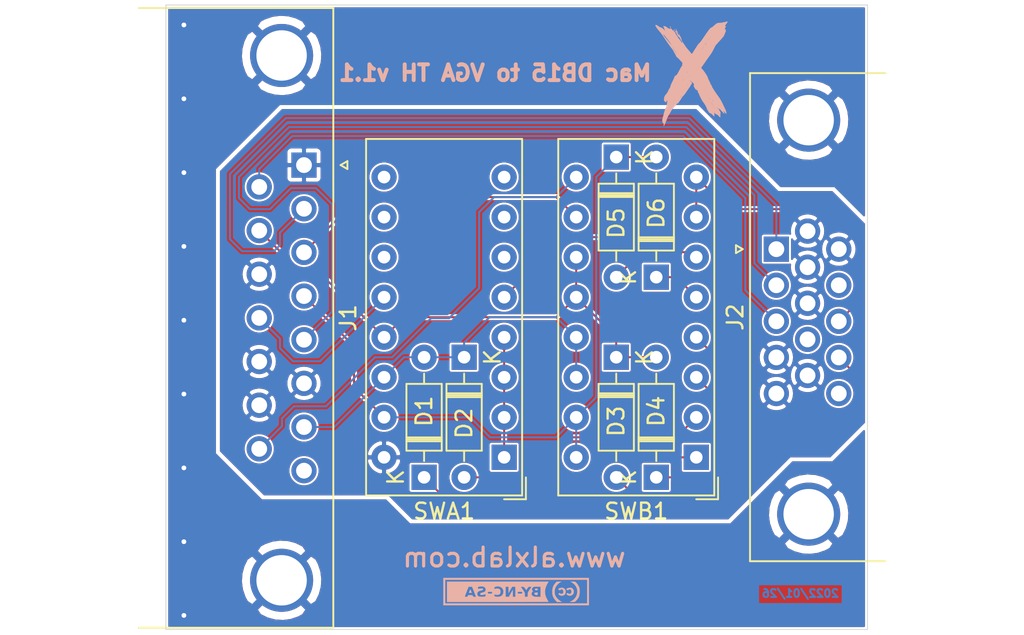
<source format=kicad_pcb>
(kicad_pcb (version 20171130) (host pcbnew "(5.1.6)-1")
  (layers (0 F.Cu signal) (31 B.Cu signal) (34 B.Paste user) (35 F.Paste user) (36 B.SilkS user) (37 F.SilkS user) (38 B.Mask user) (39 F.Mask user) (44 Edge.Cuts user))
  (net 0 "")
  (net 1 /S1-1)
  (net 2 /D1)
  (net 3 /D2)
  (net 4 /D3)
  (net 5 /S2-1)
  (net 6 /D4)
  (net 7 /S0-1)
  (net 8 /D5)
  (net 9 /D6)
  (net 10 /HS)
  (net 11 /VS)
  (net 12 /B)
  (net 13 "Net-(J1-Pad8)")
  (net 14 /G)
  (net 15 /CS)
  (net 16 /R)
  (net 17 "Net-(J2-Pad15)")
  (net 18 /VS-2)
  (net 19 "Net-(J2-Pad12)")
  (net 20 "Net-(J2-Pad9)")
  (net 21 "Net-(SWA1-Pad1)")
  (net 22 "Net-(SWA1-Pad9)")
  (net 23 "Net-(SWA1-Pad10)")
  (net 24 "Net-(SWA1-Pad11)")
  (net 25 "Net-(SWA1-Pad6)")
  (net 26 "Net-(SWA1-Pad7)")
  (net 27 "Net-(SWA1-Pad8)")
  (net 28 /HS-CS)
  (net 29 /GND)
  (net 30 /GND.S)
  (module project:cc_by_nc_sa_small_9mm_front_silk_screen (layer B.Cu) (at 122.682 122.301 180)
    (fp_text reference G*** hide)
    (fp_text value LOGO hide)
  )
  (module project:SW_DIP_SPSTx08_Slide_9.78x22.5mm_W7.62mm_P2.54mm (layer F.Cu) (at 134.112 113.792 180)
    (fp_text reference SWB1 (at 3.81 -3.42) (layer F.SilkS))
    (fp_text value SW_DIP_x08)
    (pad 1 thru_hole rect (at 0 0 180) (size 1.6 1.6) (drill 0.8) (layers *.Cu *.Mask) (net 2 /D1))
    (pad 9 thru_hole oval (at 7.62 17.78 180) (size 1.6 1.6) (drill 0.8) (layers *.Cu *.Mask) (net 10 /HS))
    (pad 2 thru_hole oval (at 0 2.54 180) (size 1.6 1.6) (drill 0.8) (layers *.Cu *.Mask) (net 3 /D2))
    (pad 10 thru_hole oval (at 7.62 15.24 180) (size 1.6 1.6) (drill 0.8) (layers *.Cu *.Mask) (net 15 /CS))
    (pad 3 thru_hole oval (at 0 5.08 180) (size 1.6 1.6) (drill 0.8) (layers *.Cu *.Mask) (net 6 /D4))
    (pad 11 thru_hole oval (at 7.62 12.7 180) (size 1.6 1.6) (drill 0.8) (layers *.Cu *.Mask) (net 5 /S2-1))
    (pad 4 thru_hole oval (at 0 7.62 180) (size 1.6 1.6) (drill 0.8) (layers *.Cu *.Mask) (net 4 /D3))
    (pad 12 thru_hole oval (at 7.62 10.16 180) (size 1.6 1.6) (drill 0.8) (layers *.Cu *.Mask) (net 5 /S2-1))
    (pad 5 thru_hole oval (at 0 10.16 180) (size 1.6 1.6) (drill 0.8) (layers *.Cu *.Mask) (net 9 /D6))
    (pad 13 thru_hole oval (at 7.62 7.62 180) (size 1.6 1.6) (drill 0.8) (layers *.Cu *.Mask) (net 1 /S1-1))
    (pad 6 thru_hole oval (at 0 12.7 180) (size 1.6 1.6) (drill 0.8) (layers *.Cu *.Mask) (net 8 /D5))
    (pad 14 thru_hole oval (at 7.62 5.08 180) (size 1.6 1.6) (drill 0.8) (layers *.Cu *.Mask) (net 1 /S1-1))
    (pad 7 thru_hole oval (at 0 15.24 180) (size 1.6 1.6) (drill 0.8) (layers *.Cu *.Mask) (net 28 /HS-CS))
    (pad 15 thru_hole oval (at 7.62 2.54 180) (size 1.6 1.6) (drill 0.8) (layers *.Cu *.Mask) (net 7 /S0-1))
    (pad 8 thru_hole oval (at 0 17.78 180) (size 1.6 1.6) (drill 0.8) (layers *.Cu *.Mask) (net 28 /HS-CS))
    (pad 16 thru_hole oval (at 7.62 0 180) (size 1.6 1.6) (drill 0.8) (layers *.Cu *.Mask) (net 7 /S0-1))
  )
  (module project:SW_DIP_SPSTx08_Slide_9.78x22.5mm_W7.62mm_P2.54mm (layer F.Cu) (at 121.92 113.792 180)
    (fp_text reference SWA1 (at 3.81 -3.42) (layer F.SilkS))
    (fp_text value SW_DIP_x08)
    (pad 1 thru_hole rect (at 0 0 180) (size 1.6 1.6) (drill 0.8) (layers *.Cu *.Mask) (net 21 "Net-(SWA1-Pad1)"))
    (pad 9 thru_hole oval (at 7.62 17.78 180) (size 1.6 1.6) (drill 0.8) (layers *.Cu *.Mask) (net 22 "Net-(SWA1-Pad9)"))
    (pad 2 thru_hole oval (at 0 2.54 180) (size 1.6 1.6) (drill 0.8) (layers *.Cu *.Mask) (net 21 "Net-(SWA1-Pad1)"))
    (pad 10 thru_hole oval (at 7.62 15.24 180) (size 1.6 1.6) (drill 0.8) (layers *.Cu *.Mask) (net 23 "Net-(SWA1-Pad10)"))
    (pad 3 thru_hole oval (at 0 5.08 180) (size 1.6 1.6) (drill 0.8) (layers *.Cu *.Mask) (net 21 "Net-(SWA1-Pad1)"))
    (pad 11 thru_hole oval (at 7.62 12.7 180) (size 1.6 1.6) (drill 0.8) (layers *.Cu *.Mask) (net 24 "Net-(SWA1-Pad11)"))
    (pad 4 thru_hole oval (at 0 7.62 180) (size 1.6 1.6) (drill 0.8) (layers *.Cu *.Mask) (net 21 "Net-(SWA1-Pad1)"))
    (pad 12 thru_hole oval (at 7.62 10.16 180) (size 1.6 1.6) (drill 0.8) (layers *.Cu *.Mask) (net 11 /VS))
    (pad 5 thru_hole oval (at 0 10.16 180) (size 1.6 1.6) (drill 0.8) (layers *.Cu *.Mask) (net 18 /VS-2))
    (pad 13 thru_hole oval (at 7.62 7.62 180) (size 1.6 1.6) (drill 0.8) (layers *.Cu *.Mask) (net 5 /S2-1))
    (pad 6 thru_hole oval (at 0 12.7 180) (size 1.6 1.6) (drill 0.8) (layers *.Cu *.Mask) (net 25 "Net-(SWA1-Pad6)"))
    (pad 14 thru_hole oval (at 7.62 5.08 180) (size 1.6 1.6) (drill 0.8) (layers *.Cu *.Mask) (net 1 /S1-1))
    (pad 7 thru_hole oval (at 0 15.24 180) (size 1.6 1.6) (drill 0.8) (layers *.Cu *.Mask) (net 26 "Net-(SWA1-Pad7)"))
    (pad 15 thru_hole oval (at 7.62 2.54 180) (size 1.6 1.6) (drill 0.8) (layers *.Cu *.Mask) (net 7 /S0-1))
    (pad 8 thru_hole oval (at 0 17.78 180) (size 1.6 1.6) (drill 0.8) (layers *.Cu *.Mask) (net 27 "Net-(SWA1-Pad8)"))
    (pad 16 thru_hole oval (at 7.62 0 180) (size 1.6 1.6) (drill 0.8) (layers *.Cu *.Mask) (net 29 /GND))
  )
  (module Connector_Dsub:DSUB-15_Male_Horizontal_P2.77x2.84mm_EdgePinOffset7.70mm_Housed_MountingHolesOffset9.12mm (layer F.Cu) (at 109.22 95.25 270)
    (fp_text reference J1 (at 9.695 -2.8 90) (layer F.SilkS))
    (fp_text value Mac_DB15_Male_MountingHoles)
    (pad 0 thru_hole circle (at 26.345 1.42 270) (size 4 4) (drill 3.2) (layers *.Cu *.Mask) (net 30 /GND.S))
    (pad 0 thru_hole circle (at -6.955 1.42 270) (size 4 4) (drill 3.2) (layers *.Cu *.Mask) (net 30 /GND.S))
    (pad 15 thru_hole circle (at 18.005 2.84 270) (size 1.6 1.6) (drill 1) (layers *.Cu *.Mask) (net 10 /HS))
    (pad 14 thru_hole circle (at 15.235 2.84 270) (size 1.6 1.6) (drill 1) (layers *.Cu *.Mask) (net 29 /GND))
    (pad 13 thru_hole circle (at 12.465 2.84 270) (size 1.6 1.6) (drill 1) (layers *.Cu *.Mask) (net 29 /GND))
    (pad 12 thru_hole circle (at 9.695 2.84 270) (size 1.6 1.6) (drill 1) (layers *.Cu *.Mask) (net 11 /VS))
    (pad 11 thru_hole circle (at 6.925 2.84 270) (size 1.6 1.6) (drill 1) (layers *.Cu *.Mask) (net 29 /GND))
    (pad 10 thru_hole circle (at 4.155 2.84 270) (size 1.6 1.6) (drill 1) (layers *.Cu *.Mask) (net 5 /S2-1))
    (pad 9 thru_hole circle (at 1.385 2.84 270) (size 1.6 1.6) (drill 1) (layers *.Cu *.Mask) (net 12 /B))
    (pad 8 thru_hole circle (at 19.39 0 270) (size 1.6 1.6) (drill 1) (layers *.Cu *.Mask) (net 13 "Net-(J1-Pad8)"))
    (pad 7 thru_hole circle (at 16.62 0 270) (size 1.6 1.6) (drill 1) (layers *.Cu *.Mask) (net 1 /S1-1))
    (pad 6 thru_hole circle (at 13.85 0 270) (size 1.6 1.6) (drill 1) (layers *.Cu *.Mask) (net 29 /GND))
    (pad 5 thru_hole circle (at 11.08 0 270) (size 1.6 1.6) (drill 1) (layers *.Cu *.Mask) (net 14 /G))
    (pad 4 thru_hole circle (at 8.31 0 270) (size 1.6 1.6) (drill 1) (layers *.Cu *.Mask) (net 7 /S0-1))
    (pad 3 thru_hole circle (at 5.54 0 270) (size 1.6 1.6) (drill 1) (layers *.Cu *.Mask) (net 15 /CS))
    (pad 2 thru_hole circle (at 2.77 0 270) (size 1.6 1.6) (drill 1) (layers *.Cu *.Mask) (net 16 /R))
    (pad 1 thru_hole rect (at 0 0 270) (size 1.6 1.6) (drill 1) (layers *.Cu *.Mask) (net 29 /GND))
  )
  (module project:logo_7_back (layer F.Cu) (at 133.7945 88.392)
    (fp_text reference G*** hide)
    (fp_text value LOGO hide)
  )
  (module Connector_Dsub:DSUB-15-HD_Female_Horizontal_P2.29x1.98mm_EdgePinOffset3.03mm_Housed_MountingHolesOffset4.94mm (layer F.Cu) (at 139.192 100.584 90)
    (fp_text reference J2 (at -4.315 -2.61 90) (layer F.SilkS))
    (fp_text value VGA_DB15_Female_HighDensity_MountingHoles)
    (pad 0 thru_hole circle (at 8.185 2.05 90) (size 4 4) (drill 3.2) (layers *.Cu *.Mask) (net 30 /GND.S))
    (pad 0 thru_hole circle (at -16.815 2.05 90) (size 4 4) (drill 3.2) (layers *.Cu *.Mask) (net 30 /GND.S))
    (pad 15 thru_hole circle (at -9.16 3.96 90) (size 1.6 1.6) (drill 1) (layers *.Cu *.Mask) (net 17 "Net-(J2-Pad15)"))
    (pad 14 thru_hole circle (at -6.87 3.96 90) (size 1.6 1.6) (drill 1) (layers *.Cu *.Mask) (net 18 /VS-2))
    (pad 13 thru_hole circle (at -4.58 3.96 90) (size 1.6 1.6) (drill 1) (layers *.Cu *.Mask) (net 28 /HS-CS))
    (pad 12 thru_hole circle (at -2.29 3.96 90) (size 1.6 1.6) (drill 1) (layers *.Cu *.Mask) (net 19 "Net-(J2-Pad12)"))
    (pad 11 thru_hole circle (at 0 3.96 90) (size 1.6 1.6) (drill 1) (layers *.Cu *.Mask) (net 29 /GND))
    (pad 10 thru_hole circle (at -8.015 1.98 90) (size 1.6 1.6) (drill 1) (layers *.Cu *.Mask) (net 29 /GND))
    (pad 9 thru_hole circle (at -5.725 1.98 90) (size 1.6 1.6) (drill 1) (layers *.Cu *.Mask) (net 20 "Net-(J2-Pad9)"))
    (pad 8 thru_hole circle (at -3.435 1.98 90) (size 1.6 1.6) (drill 1) (layers *.Cu *.Mask) (net 29 /GND))
    (pad 7 thru_hole circle (at -1.145 1.98 90) (size 1.6 1.6) (drill 1) (layers *.Cu *.Mask) (net 29 /GND))
    (pad 6 thru_hole circle (at 1.145 1.98 90) (size 1.6 1.6) (drill 1) (layers *.Cu *.Mask) (net 29 /GND))
    (pad 5 thru_hole circle (at -9.16 0 90) (size 1.6 1.6) (drill 1) (layers *.Cu *.Mask) (net 29 /GND))
    (pad 4 thru_hole circle (at -6.87 0 90) (size 1.6 1.6) (drill 1) (layers *.Cu *.Mask) (net 29 /GND))
    (pad 3 thru_hole circle (at -4.58 0 90) (size 1.6 1.6) (drill 1) (layers *.Cu *.Mask) (net 12 /B))
    (pad 2 thru_hole circle (at -2.29 0 90) (size 1.6 1.6) (drill 1) (layers *.Cu *.Mask) (net 14 /G))
    (pad 1 thru_hole rect (at 0 0 90) (size 1.6 1.6) (drill 1) (layers *.Cu *.Mask) (net 16 /R))
  )
  (module Diode_THT:D_DO-35_SOD27_P7.62mm_Horizontal (layer F.Cu) (at 116.84 115.062 90)
    (fp_text reference D1 (at 4.191 0 90) (layer F.SilkS))
    (fp_text value 1N4148)
    (fp_text user K (at 0 -1.8 90) (layer F.SilkS))
    (pad 1 thru_hole rect (at 0 0 90) (size 1.6 1.6) (drill 0.8) (layers *.Cu *.Mask) (net 2 /D1))
    (pad 2 thru_hole oval (at 7.62 0 90) (size 1.6 1.6) (drill 0.8) (layers *.Cu *.Mask) (net 1 /S1-1))
  )
  (module Diode_THT:D_DO-35_SOD27_P7.62mm_Horizontal (layer F.Cu) (at 119.38 107.442 270)
    (fp_text reference D2 (at 4.191 0 90) (layer F.SilkS))
    (fp_text value 1N4148)
    (fp_text user K (at 0 -1.8 90) (layer F.SilkS))
    (pad 1 thru_hole rect (at 0 0 270) (size 1.6 1.6) (drill 0.8) (layers *.Cu *.Mask) (net 1 /S1-1))
    (pad 2 thru_hole oval (at 7.62 0 270) (size 1.6 1.6) (drill 0.8) (layers *.Cu *.Mask) (net 3 /D2))
  )
  (module Diode_THT:D_DO-35_SOD27_P7.62mm_Horizontal (layer F.Cu) (at 129.032 107.442 270)
    (fp_text reference D3 (at 4.064 0 90) (layer F.SilkS))
    (fp_text value 1N4148)
    (fp_text user K (at 0 -1.8 90) (layer F.SilkS))
    (pad 1 thru_hole rect (at 0 0 270) (size 1.6 1.6) (drill 0.8) (layers *.Cu *.Mask) (net 5 /S2-1))
    (pad 2 thru_hole oval (at 7.62 0 270) (size 1.6 1.6) (drill 0.8) (layers *.Cu *.Mask) (net 4 /D3))
  )
  (module Diode_THT:D_DO-35_SOD27_P7.62mm_Horizontal (layer F.Cu) (at 131.572 115.062 90)
    (fp_text reference D4 (at 4.191 0 90) (layer F.SilkS))
    (fp_text value 1N4148)
    (fp_text user K (at 0 -1.8 90) (layer F.SilkS))
    (pad 2 thru_hole oval (at 7.62 0 90) (size 1.6 1.6) (drill 0.8) (layers *.Cu *.Mask) (net 5 /S2-1))
    (pad 1 thru_hole rect (at 0 0 90) (size 1.6 1.6) (drill 0.8) (layers *.Cu *.Mask) (net 6 /D4))
  )
  (module Diode_THT:D_DO-35_SOD27_P7.62mm_Horizontal (layer F.Cu) (at 129.032 94.742 270)
    (fp_text reference D5 (at 4.191 0 90) (layer F.SilkS))
    (fp_text value 1N4148)
    (fp_text user K (at 0 -1.8 90) (layer F.SilkS))
    (pad 1 thru_hole rect (at 0 0 270) (size 1.6 1.6) (drill 0.8) (layers *.Cu *.Mask) (net 7 /S0-1))
    (pad 2 thru_hole oval (at 7.62 0 270) (size 1.6 1.6) (drill 0.8) (layers *.Cu *.Mask) (net 8 /D5))
  )
  (module Diode_THT:D_DO-35_SOD27_P7.62mm_Horizontal (layer F.Cu) (at 131.572 102.362 90)
    (fp_text reference D6 (at 4.064 0 90) (layer F.SilkS))
    (fp_text value 1N4148)
    (fp_text user K (at 0 -1.8 90) (layer F.SilkS))
    (pad 2 thru_hole oval (at 7.62 0 90) (size 1.6 1.6) (drill 0.8) (layers *.Cu *.Mask) (net 7 /S0-1))
    (pad 1 thru_hole rect (at 0 0 90) (size 1.6 1.6) (drill 0.8) (layers *.Cu *.Mask) (net 9 /D6))
  )
  (gr_text www.alxlab.com (at 122.555 120.142) (layer B.SilkS) (effects (font (size 1.2 1.2) (thickness 0.2)) (justify mirror)))
  (gr_text 2022/01/26 (at 140.716 122.428) (layer B.Cu) (effects (font (size 0.5 0.5) (thickness 0.125)) (justify mirror)))
  (gr_text "Mac DB15 to VGA TH v1.1" (at 121.3485 89.408) (layer B.SilkS) (effects (font (size 1 1) (thickness 0.25)) (justify mirror)))
  (gr_line (start 100.457 124.714) (end 100.457 85.09) (layer Edge.Cuts) (width 0.05))
  (gr_line (start 144.9705 124.714) (end 100.457 124.714) (layer Edge.Cuts) (width 0.05))
  (gr_line (start 144.9705 85.09) (end 144.9705 124.714) (layer Edge.Cuts) (width 0.05))
  (gr_line (start 100.457 85.09) (end 144.9705 85.09) (layer Edge.Cuts) (width 0.05))
  (segment (start 111.142 111.87) (end 114.3 108.712) (width 0.127) (layer B.Cu) (net 1))
  (segment (start 109.22 111.87) (end 111.142 111.87) (width 0.127) (layer B.Cu) (net 1))
  (segment (start 115.57 107.442) (end 114.3 108.712) (width 0.127) (layer B.Cu) (net 1))
  (segment (start 116.84 107.442) (end 115.57 107.442) (width 0.127) (layer B.Cu) (net 1))
  (segment (start 116.84 107.442) (end 119.38 107.442) (width 0.127) (layer B.Cu) (net 1))
  (segment (start 126.492 106.172) (end 126.492 108.712) (width 0.127) (layer B.Cu) (net 1))
  (segment (start 125.222 104.902) (end 126.492 106.172) (width 0.127) (layer B.Cu) (net 1))
  (segment (start 120.993 104.902) (end 125.222 104.902) (width 0.127) (layer B.Cu) (net 1))
  (segment (start 119.38 107.442) (end 119.38 106.515) (width 0.127) (layer B.Cu) (net 1))
  (segment (start 119.38 106.515) (end 120.993 104.902) (width 0.127) (layer B.Cu) (net 1))
  (segment (start 118.3005 116.5225) (end 116.84 115.062) (width 0.127) (layer F.Cu) (net 2))
  (segment (start 125.6665 116.5225) (end 118.3005 116.5225) (width 0.127) (layer F.Cu) (net 2))
  (segment (start 134.112 113.792) (end 128.397 113.792) (width 0.127) (layer F.Cu) (net 2))
  (segment (start 128.397 113.792) (end 125.6665 116.5225) (width 0.127) (layer F.Cu) (net 2))
  (segment (start 132.842 112.522) (end 134.112 111.252) (width 0.127) (layer F.Cu) (net 3))
  (segment (start 119.38 115.062) (end 123.2535 115.062) (width 0.127) (layer F.Cu) (net 3))
  (segment (start 125.7935 112.522) (end 132.842 112.522) (width 0.127) (layer F.Cu) (net 3))
  (segment (start 123.2535 115.062) (end 125.7935 112.522) (width 0.127) (layer F.Cu) (net 3))
  (segment (start 136.525 108.585) (end 134.112 106.172) (width 0.127) (layer F.Cu) (net 4))
  (segment (start 134.874 116.459) (end 136.525 114.808) (width 0.127) (layer F.Cu) (net 4))
  (segment (start 136.525 114.808) (end 136.525 108.585) (width 0.127) (layer F.Cu) (net 4))
  (segment (start 129.032 115.062) (end 130.429 116.459) (width 0.127) (layer F.Cu) (net 4))
  (segment (start 130.429 116.459) (end 134.874 116.459) (width 0.127) (layer F.Cu) (net 4))
  (segment (start 129.032 106.172) (end 129.032 107.442) (width 0.127) (layer F.Cu) (net 5))
  (segment (start 126.492 103.632) (end 129.032 106.172) (width 0.127) (layer F.Cu) (net 5))
  (segment (start 126.872978 103.759022) (end 126.872978 103.759) (width 0.25) (layer B.Cu) (net 5))
  (segment (start 126.365 103.759) (end 126.492 103.632) (width 0.25) (layer F.Cu) (net 5))
  (segment (start 126.492 103.632) (end 126.492 101.092) (width 0.127) (layer F.Cu) (net 5))
  (segment (start 106.38 99.405) (end 107.823 100.848) (width 0.127) (layer F.Cu) (net 5))
  (segment (start 107.823 100.848) (end 107.823 101.473) (width 0.127) (layer F.Cu) (net 5))
  (segment (start 107.823 101.473) (end 108.5215 102.1715) (width 0.127) (layer F.Cu) (net 5))
  (segment (start 110.2995 102.1715) (end 114.3 106.172) (width 0.127) (layer F.Cu) (net 5))
  (segment (start 108.5215 102.1715) (end 110.2995 102.1715) (width 0.127) (layer F.Cu) (net 5))
  (segment (start 125.222 104.902) (end 126.492 103.632) (width 0.127) (layer F.Cu) (net 5))
  (segment (start 114.3 106.172) (end 115.57 104.902) (width 0.127) (layer F.Cu) (net 5))
  (segment (start 115.57 104.902) (end 125.222 104.902) (width 0.127) (layer F.Cu) (net 5))
  (segment (start 129.032 107.442) (end 131.572 107.442) (width 0.127) (layer F.Cu) (net 5))
  (segment (start 135.509 110.109) (end 134.112 108.712) (width 0.127) (layer F.Cu) (net 6))
  (segment (start 131.572 115.062) (end 135.128 115.062) (width 0.127) (layer F.Cu) (net 6))
  (segment (start 135.509 114.681) (end 135.509 110.109) (width 0.127) (layer F.Cu) (net 6))
  (segment (start 135.128 115.062) (end 135.509 114.681) (width 0.127) (layer F.Cu) (net 6))
  (segment (start 126.111 111.76) (end 126.111 111.506) (width 0.25) (layer F.Cu) (net 7))
  (segment (start 129.032 94.742) (end 131.572 94.742) (width 0.127) (layer F.Cu) (net 7))
  (segment (start 126.491996 113.792) (end 126.492 113.792) (width 0.25) (layer F.Cu) (net 7))
  (segment (start 110.210501 104.550501) (end 110.210501 104.559001) (width 0.127) (layer F.Cu) (net 7))
  (segment (start 109.22 103.56) (end 110.210501 104.550501) (width 0.127) (layer F.Cu) (net 7))
  (segment (start 110.210501 104.559001) (end 112.395 106.7435) (width 0.127) (layer F.Cu) (net 7))
  (segment (start 112.395 109.347) (end 114.3 111.252) (width 0.127) (layer F.Cu) (net 7))
  (segment (start 112.395 106.7435) (end 112.395 109.347) (width 0.127) (layer F.Cu) (net 7))
  (segment (start 126.492 111.252) (end 126.492 113.792) (width 0.127) (layer B.Cu) (net 7))
  (segment (start 127.762 96.012) (end 129.032 94.742) (width 0.127) (layer B.Cu) (net 7))
  (segment (start 126.492 111.252) (end 127.762 109.982) (width 0.127) (layer B.Cu) (net 7))
  (segment (start 127.762 109.982) (end 127.762 96.012) (width 0.127) (layer B.Cu) (net 7))
  (segment (start 114.3 111.252) (end 119.761 111.252) (width 0.127) (layer B.Cu) (net 7))
  (segment (start 119.761 111.252) (end 121.031 112.522) (width 0.127) (layer B.Cu) (net 7))
  (segment (start 125.222 112.522) (end 126.492 111.252) (width 0.127) (layer B.Cu) (net 7))
  (segment (start 121.031 112.522) (end 125.222 112.522) (width 0.127) (layer B.Cu) (net 7))
  (segment (start 129.032 102.362) (end 129.386998 102.362) (width 0.25) (layer F.Cu) (net 8))
  (segment (start 133.985 100.965) (end 134.112 101.092) (width 0.25) (layer F.Cu) (net 8))
  (segment (start 130.6195 100.7745) (end 129.032 102.362) (width 0.127) (layer F.Cu) (net 8))
  (segment (start 134.112 101.092) (end 133.7945 100.7745) (width 0.127) (layer F.Cu) (net 8))
  (segment (start 133.7945 100.7745) (end 130.6195 100.7745) (width 0.127) (layer F.Cu) (net 8))
  (segment (start 132.842 102.362) (end 134.112 103.632) (width 0.127) (layer F.Cu) (net 9))
  (segment (start 131.572 102.362) (end 132.842 102.362) (width 0.127) (layer F.Cu) (net 9))
  (segment (start 125.222 97.282) (end 126.492 96.012) (width 0.127) (layer B.Cu) (net 10))
  (segment (start 121.285 97.282) (end 125.222 97.282) (width 0.127) (layer B.Cu) (net 10))
  (segment (start 118.4275 104.9655) (end 120.3325 103.0605) (width 0.127) (layer B.Cu) (net 10))
  (segment (start 117.2845 104.9655) (end 118.4275 104.9655) (width 0.127) (layer B.Cu) (net 10))
  (segment (start 120.3325 103.0605) (end 120.3325 98.2345) (width 0.127) (layer B.Cu) (net 10))
  (segment (start 114.808 107.442) (end 117.2845 104.9655) (width 0.127) (layer B.Cu) (net 10))
  (segment (start 120.3325 98.2345) (end 121.285 97.282) (width 0.127) (layer B.Cu) (net 10))
  (segment (start 113.7285 107.442) (end 114.808 107.442) (width 0.127) (layer B.Cu) (net 10))
  (segment (start 107.823 111.812) (end 107.823 111.3155) (width 0.127) (layer B.Cu) (net 10))
  (segment (start 106.38 113.255) (end 107.823 111.812) (width 0.127) (layer B.Cu) (net 10))
  (segment (start 110.617 110.5535) (end 113.7285 107.442) (width 0.127) (layer B.Cu) (net 10))
  (segment (start 108.585 110.5535) (end 110.617 110.5535) (width 0.127) (layer B.Cu) (net 10))
  (segment (start 107.823 111.3155) (end 108.585 110.5535) (width 0.127) (layer B.Cu) (net 10))
  (segment (start 106.38 104.945) (end 107.696 106.261) (width 0.127) (layer B.Cu) (net 11))
  (segment (start 107.696 106.261) (end 107.696 106.8705) (width 0.127) (layer B.Cu) (net 11))
  (segment (start 107.696 106.8705) (end 108.5215 107.696) (width 0.127) (layer B.Cu) (net 11))
  (segment (start 110.236 107.696) (end 114.3 103.632) (width 0.127) (layer B.Cu) (net 11))
  (segment (start 108.5215 107.696) (end 110.236 107.696) (width 0.127) (layer B.Cu) (net 11))
  (segment (start 106.38 95.50363) (end 106.38 96.635) (width 0.127) (layer B.Cu) (net 12))
  (segment (start 137.2235 103.1955) (end 137.2235 97.3455) (width 0.127) (layer B.Cu) (net 12))
  (segment (start 139.192 105.164) (end 137.2235 103.1955) (width 0.127) (layer B.Cu) (net 12))
  (segment (start 137.2235 97.3455) (end 133.2865 93.4085) (width 0.127) (layer B.Cu) (net 12))
  (segment (start 133.2865 93.4085) (end 108.47513 93.4085) (width 0.127) (layer B.Cu) (net 12))
  (segment (start 108.47513 93.4085) (end 106.38 95.50363) (width 0.127) (layer B.Cu) (net 12))
  (segment (start 137.795 101.477) (end 139.192 102.874) (width 0.127) (layer B.Cu) (net 14))
  (segment (start 109.982 96.7105) (end 108.3945 96.7105) (width 0.127) (layer B.Cu) (net 14))
  (segment (start 109.22 106.33) (end 110.998 104.552) (width 0.127) (layer B.Cu) (net 14))
  (segment (start 137.795 97.155) (end 137.795 101.477) (width 0.127) (layer B.Cu) (net 14))
  (segment (start 108.3945 96.7105) (end 107.061 98.044) (width 0.127) (layer B.Cu) (net 14))
  (segment (start 110.998 104.552) (end 110.998 97.7265) (width 0.127) (layer B.Cu) (net 14))
  (segment (start 107.061 98.044) (end 105.791 98.044) (width 0.127) (layer B.Cu) (net 14))
  (segment (start 105.0925 96.012) (end 108.2675 92.837) (width 0.127) (layer B.Cu) (net 14))
  (segment (start 133.477 92.837) (end 137.795 97.155) (width 0.127) (layer B.Cu) (net 14))
  (segment (start 110.998 97.7265) (end 109.982 96.7105) (width 0.127) (layer B.Cu) (net 14))
  (segment (start 105.791 98.044) (end 105.0925 97.3455) (width 0.127) (layer B.Cu) (net 14))
  (segment (start 108.2675 92.837) (end 133.477 92.837) (width 0.127) (layer B.Cu) (net 14))
  (segment (start 105.0925 97.3455) (end 105.0925 96.012) (width 0.127) (layer B.Cu) (net 14))
  (segment (start 109.22 100.79) (end 109.535001 100.474999) (width 0.25) (layer F.Cu) (net 15))
  (segment (start 126.492 98.552) (end 125.222 97.282) (width 0.127) (layer F.Cu) (net 15))
  (segment (start 112.728 97.282) (end 109.22 100.79) (width 0.127) (layer F.Cu) (net 15))
  (segment (start 125.222 97.282) (end 112.728 97.282) (width 0.127) (layer F.Cu) (net 15))
  (segment (start 133.6675 92.2655) (end 139.192 97.79) (width 0.127) (layer B.Cu) (net 16))
  (segment (start 108.069063 92.2655) (end 133.6675 92.2655) (width 0.127) (layer B.Cu) (net 16))
  (segment (start 104.521 99.949) (end 104.521 95.813563) (width 0.127) (layer B.Cu) (net 16))
  (segment (start 104.521 95.813563) (end 108.069063 92.2655) (width 0.127) (layer B.Cu) (net 16))
  (segment (start 107.696 99.544) (end 107.696 100.33) (width 0.127) (layer B.Cu) (net 16))
  (segment (start 109.22 98.02) (end 107.696 99.544) (width 0.127) (layer B.Cu) (net 16))
  (segment (start 139.192 97.79) (end 139.192 100.584) (width 0.127) (layer B.Cu) (net 16))
  (segment (start 107.315 100.711) (end 105.283 100.711) (width 0.127) (layer B.Cu) (net 16))
  (segment (start 107.696 100.33) (end 107.315 100.711) (width 0.127) (layer B.Cu) (net 16))
  (segment (start 105.283 100.711) (end 104.521 99.949) (width 0.127) (layer B.Cu) (net 16))
  (segment (start 144.399 108.701) (end 143.152 107.454) (width 0.127) (layer F.Cu) (net 18))
  (segment (start 144.399 110.5535) (end 144.399 108.701) (width 0.127) (layer F.Cu) (net 18))
  (segment (start 125.73 99.822) (end 134.9375 99.822) (width 0.127) (layer F.Cu) (net 18))
  (segment (start 138.4935 111.3155) (end 143.637 111.3155) (width 0.127) (layer F.Cu) (net 18))
  (segment (start 137.668 110.49) (end 138.4935 111.3155) (width 0.127) (layer F.Cu) (net 18))
  (segment (start 121.92 103.632) (end 125.73 99.822) (width 0.127) (layer F.Cu) (net 18))
  (segment (start 143.637 111.3155) (end 144.399 110.5535) (width 0.127) (layer F.Cu) (net 18))
  (segment (start 137.668 107.6325) (end 137.668 110.49) (width 0.127) (layer F.Cu) (net 18))
  (segment (start 134.9375 99.822) (end 135.509 100.3935) (width 0.127) (layer F.Cu) (net 18))
  (segment (start 135.509 100.3935) (end 135.509 105.4735) (width 0.127) (layer F.Cu) (net 18))
  (segment (start 135.509 105.4735) (end 137.668 107.6325) (width 0.127) (layer F.Cu) (net 18))
  (segment (start 121.92 113.792) (end 121.92 106.172) (width 0.127) (layer F.Cu) (net 21))
  (segment (start 134.112 98.552) (end 134.112 96.012) (width 0.127) (layer F.Cu) (net 28))
  (segment (start 144.4625 99.7585) (end 142.748 98.044) (width 0.127) (layer F.Cu) (net 28))
  (segment (start 142.748 98.044) (end 136.144 98.044) (width 0.127) (layer F.Cu) (net 28))
  (segment (start 143.152 105.164) (end 144.4625 103.8535) (width 0.127) (layer F.Cu) (net 28))
  (segment (start 136.144 98.044) (end 134.112 96.012) (width 0.127) (layer F.Cu) (net 28))
  (segment (start 144.4625 103.8535) (end 144.4625 99.7585) (width 0.127) (layer F.Cu) (net 28))
  (segment (start 109.22 109.1) (end 109.22 109.347) (width 0.5) (layer F.Cu) (net 29))
  (segment (start 127.254 91.948) (end 125.73 91.948) (width 0.25) (layer F.Cu) (net 29))
  (segment (start 135.255 94.8) (end 136.2 94.8) (width 0.25) (layer F.Cu) (net 29))
  (via (at 101.6 123.825) (size 0.6) (drill 0.3) (layers F.Cu B.Cu) (net 30))
  (via (at 101.6 86.36) (size 0.6) (drill 0.3) (layers F.Cu B.Cu) (net 30))
  (via (at 101.6 91.04375) (size 0.6) (drill 0.3) (layers F.Cu B.Cu) (net 30))
  (via (at 101.6 95.7275) (size 0.6) (drill 0.3) (layers F.Cu B.Cu) (net 30))
  (via (at 101.6 100.41125) (size 0.6) (drill 0.3) (layers F.Cu B.Cu) (net 30))
  (via (at 101.6 105.095) (size 0.6) (drill 0.3) (layers F.Cu B.Cu) (net 30))
  (via (at 101.6 109.77875) (size 0.6) (drill 0.3) (layers F.Cu B.Cu) (net 30))
  (via (at 101.6 114.4625) (size 0.6) (drill 0.3) (layers F.Cu B.Cu) (net 30))
  (via (at 101.6 119.14625) (size 0.6) (drill 0.3) (layers F.Cu B.Cu) (net 30))
  (zone (net 30) (net_name /GND.S) (layer B.Cu) (connect_pads (clearance 0.127)) (min_thickness 0.127) (fill yes (arc_segments 32) (thermal_gap 0.508) (thermal_bridge_width 0.508))
    (polygon (pts (xy 145.796 96.647) (xy 145.796 124.714) (xy 100.457 124.714) (xy 100.457 85.09) (xy 145.796 85.09)))
    (polygon (pts (xy 107.696 91.44) (xy 103.632 95.504) (xy 103.632 113.538) (xy 106.553 116.459) (xy 114.427 116.459) (xy 115.951 117.983) (xy 136.271 117.983) (xy 140.208 114.046) (xy 142.748 114.046) (xy 145.288 111.506) (xy 145.288 99.06) (xy 142.875 96.647) (xy 139.446 96.647) (xy 134.239 91.44)))
  )
  (zone (net 29) (net_name /GND) (layer F.Cu) (connect_pads (clearance 0.127)) (min_thickness 0.127) (fill yes (arc_segments 32) (thermal_gap 0.254) (thermal_bridge_width 0.254))
    (polygon (pts (xy 134.112 91.694) (xy 139.319 96.901) (xy 142.748 96.901) (xy 145.034 99.187) (xy 145.034 111.379) (xy 142.621 113.792) (xy 140.081 113.792) (xy 136.144 117.729) (xy 116.078 117.729) (xy 114.554 116.205) (xy 106.68 116.205) (xy 103.886 113.411) (xy 103.886 95.631) (xy 107.823 91.694)))
  )
  (zone (net 30) (net_name /GND.S) (layer F.Cu) (connect_pads (clearance 0.127)) (min_thickness 0.127) (fill yes (arc_segments 32) (thermal_gap 0.508) (thermal_bridge_width 0.508))
    (polygon (pts (xy 145.796 96.647) (xy 145.796 124.714) (xy 100.457 124.714) (xy 100.457 85.09) (xy 145.796 85.09)))
    (polygon (pts (xy 107.696 91.44) (xy 103.632 95.504) (xy 103.632 113.538) (xy 106.553 116.459) (xy 114.427 116.459) (xy 115.951 117.983) (xy 136.271 117.983) (xy 140.208 114.046) (xy 142.748 114.046) (xy 145.288 111.506) (xy 145.288 99.06) (xy 142.875 96.647) (xy 139.446 96.647) (xy 134.239 91.44)))
  )
  (zone (net 29) (net_name /GND) (layer B.Cu) (connect_pads (clearance 0.127)) (min_thickness 0.127) (fill yes (arc_segments 32) (thermal_gap 0.254) (thermal_bridge_width 0.254))
    (polygon (pts (xy 134.112 91.694) (xy 139.319 96.901) (xy 142.748 96.901) (xy 145.034 99.187) (xy 145.034 111.379) (xy 142.621 113.792) (xy 140.081 113.792) (xy 136.144 117.729) (xy 116.078 117.729) (xy 114.554 116.205) (xy 106.68 116.205) (xy 103.886 113.411) (xy 103.886 95.631) (xy 107.823 91.694)))
  )
)
</source>
